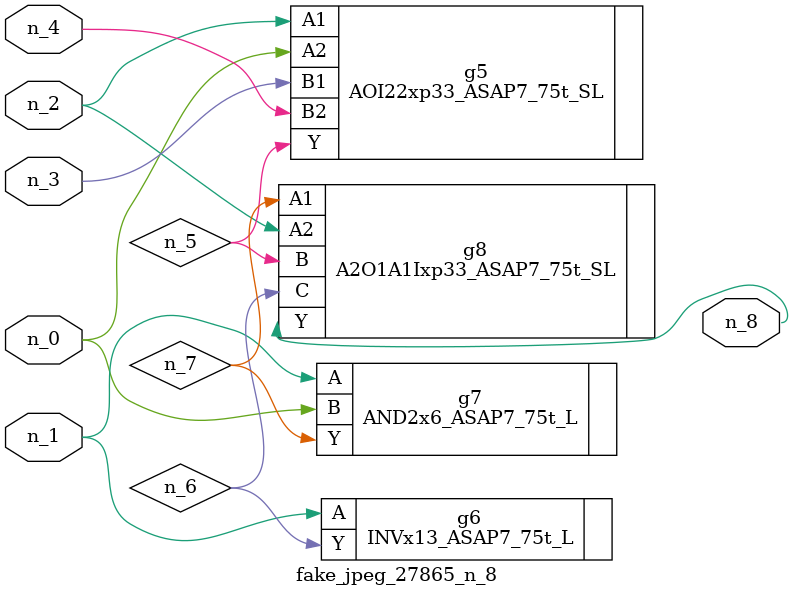
<source format=v>
module fake_jpeg_27865_n_8 (n_3, n_2, n_1, n_0, n_4, n_8);

input n_3;
input n_2;
input n_1;
input n_0;
input n_4;

output n_8;

wire n_6;
wire n_5;
wire n_7;

AOI22xp33_ASAP7_75t_SL g5 ( 
.A1(n_2),
.A2(n_0),
.B1(n_3),
.B2(n_4),
.Y(n_5)
);

INVx13_ASAP7_75t_L g6 ( 
.A(n_1),
.Y(n_6)
);

AND2x6_ASAP7_75t_L g7 ( 
.A(n_1),
.B(n_0),
.Y(n_7)
);

A2O1A1Ixp33_ASAP7_75t_SL g8 ( 
.A1(n_7),
.A2(n_2),
.B(n_5),
.C(n_6),
.Y(n_8)
);


endmodule
</source>
